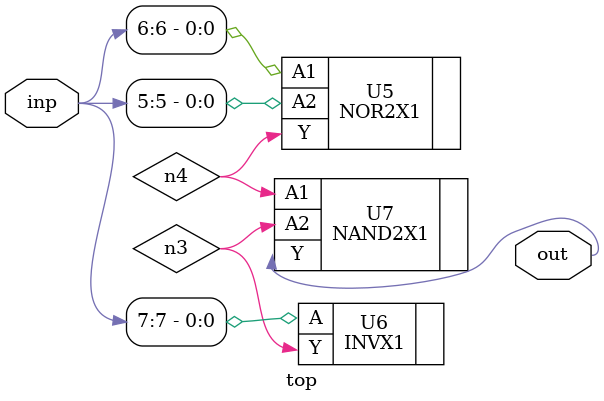
<source format=sv>


module top ( inp, out );
  input [7:0] inp;
  output out;
  wire   n3, n4;

  NOR2X1 U5 ( .A1(inp[6]), .A2(inp[5]), .Y(n4) );
  INVX1 U6 ( .A(inp[7]), .Y(n3) );
  NAND2X1 U7 ( .A1(n4), .A2(n3), .Y(out) );
endmodule


</source>
